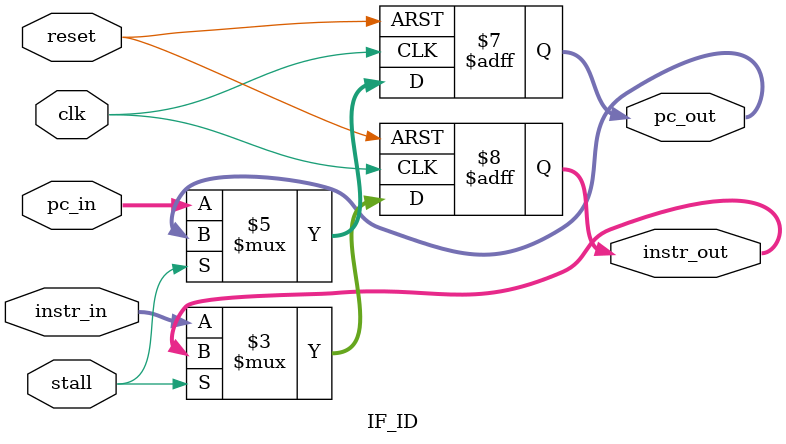
<source format=v>
module IF_ID(
    input         clk, reset, stall,
    input  [31:0] pc_in, instr_in,
    output reg[31:0] pc_out, instr_out
);
    always @(posedge clk or posedge reset) begin
        if (reset) begin pc_out <= 0; instr_out <= 0; end
        else if (!stall) begin pc_out <= pc_in; instr_out <= instr_in; end
    end
endmodule
</source>
